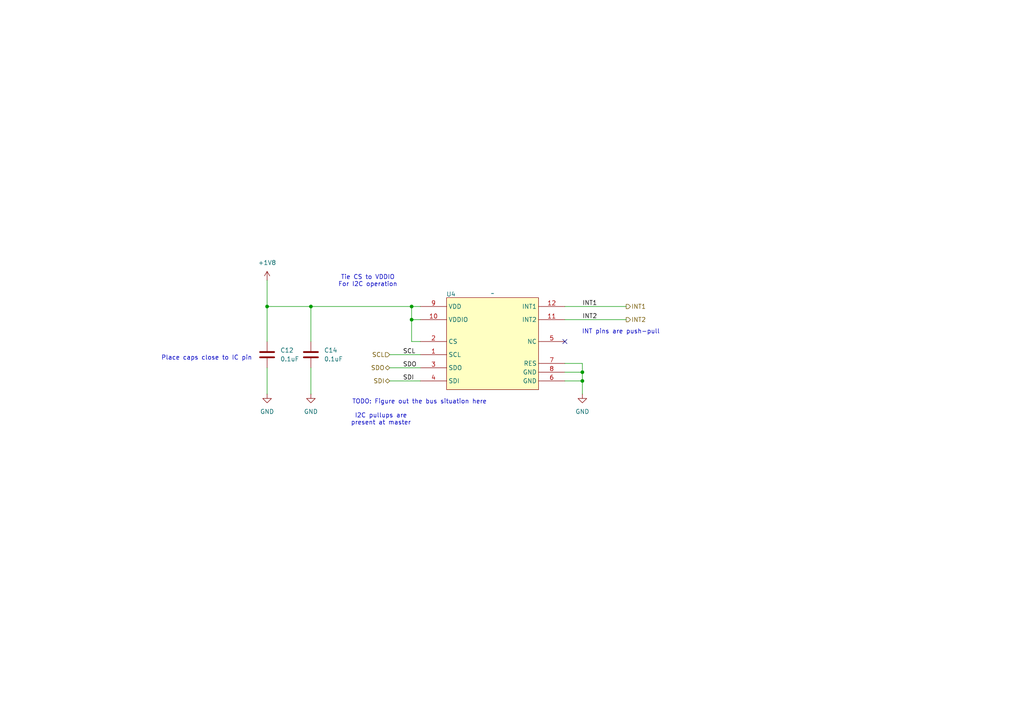
<source format=kicad_sch>
(kicad_sch (version 20250114) (generator "eeschema") (generator_version "9.0")
  (paper "A4")
  (title_block (company "Benjamin Tyrrell-Davis"))
  (lib_symbols
    (symbol "Device:C" (pin_numbers (hide yes)) (pin_names (offset 0.254))
      (property "Reference" "C" (at 0.635 2.54 0))
      (property "Value" "C" (at 0.635 -2.54 0))
      (symbol "C_0_1"
        (polyline (pts (xy -2.032 0.762) (xy 2.032 0.762)) (stroke (width 0.508)))
        (polyline (pts (xy -2.032 -0.762) (xy 2.032 -0.762)) (stroke (width 0.508)))
      )
      (symbol "C_1_1"
        (pin passive line (at 0 3.81 270) (length 2.794) (name "~") (number "1"))
        (pin passive line (at 0 -3.81 90) (length 2.794) (name "~") (number "2"))
      )
    )
    (symbol "LIS2DS12:LIS2DS12"
      (property "Reference" "U" (at 0 0 0))
      (symbol "LIS2DS12_1_1"
        (rectangle (start 0 -1.27) (end 26.67 -27.94) (fill (type color) (color 255 255 194 1)))
        (pin input line (at -7.62 -3.81 0) (length 7.62) (name "VDD") (number "9"))
        (pin input line (at -7.62 -7.62 0) (length 7.62) (name "VDDIO") (number "10"))
        (pin input line (at -7.62 -13.97 0) (length 7.62) (name "CS") (number "2"))
        (pin input line (at -7.62 -17.78 0) (length 7.62) (name "SCL") (number "1"))
        (pin bidirectional line (at -7.62 -21.59 0) (length 7.62) (name "SDO") (number "3"))
        (pin bidirectional line (at -7.62 -25.4 0) (length 7.62) (name "SDI") (number "4"))
        (pin output line (at 34.29 -3.81 180) (length 7.62) (name "INT1") (number "12"))
        (pin output line (at 34.29 -7.62 180) (length 7.62) (name "INT2") (number "11"))
        (pin output line (at 34.29 -13.97 180) (length 7.62) (name "NC") (number "5"))
        (pin input line (at 34.29 -20.32 180) (length 7.62) (name "RES") (number "7"))
        (pin input line (at 34.29 -22.86 180) (length 7.62) (name "GND") (number "8"))
        (pin input line (at 34.29 -25.4 180) (length 7.62) (name "GND") (number "6"))
      )
    )
    (symbol "power:+1V8" (power) (pin_numbers (hide yes)) (pin_names (offset 0) (hide yes))
      (property "Value" "+1V8" (at 0 3.556 0))
      (symbol "+1V8_0_1"
        (polyline (pts (xy -0.762 1.27) (xy 0 2.54)))
        (polyline (pts (xy 0 2.54) (xy 0.762 1.27)))
        (polyline (pts (xy 0 0) (xy 0 2.54)))
      )
      (symbol "+1V8_1_1"
        (pin power_in line (at 0 0 90) (length 0) (name "~") (number "1"))
      )
    )
    (symbol "power:GND" (power) (pin_numbers (hide yes)) (pin_names (offset 0) (hide yes))
      (property "Value" "GND" (at 0 -3.81 0))
      (symbol "GND_0_1"
        (polyline (pts (xy 0 0) (xy 0 -1.27) (xy 1.27 -1.27) (xy 0 -2.54) (xy -1.27 -1.27) (xy 0 -1.27)))
      )
      (symbol "GND_1_1"
        (pin power_in line (at 0 0 270) (length 0) (name "~") (number "1"))
      )
    )
  )
  (text "Tie CS to VDDIO\nFor I2C operation" (at 106.68 81.534 0) (effects (font (size 1.27 1.27))))
  (text "INT pins are push-pull" (at 180.086 96.266 0) (effects (font (size 1.27 1.27))))
  (text "I2C pullups are\npresent at master" (at 110.49 121.666 0) (effects (font (size 1.27 1.27))))
  (text "TODO: Figure out the bus situation here" (at 121.666 116.586 0) (effects (font (size 1.27 1.27))))
  (text "Place caps close to IC pin" (at 59.944 103.886 0) (effects (font (size 1.27 1.27))))
  (junction (at 90.17 88.9))
  (junction (at 77.47 88.9))
  (junction (at 168.91 107.95))
  (junction (at 168.91 110.49))
  (junction (at 119.38 92.71))
  (junction (at 119.38 88.9))
  (no_connect (at 163.83 99.06))
  (wire (pts (xy 90.17 88.9) (xy 119.38 88.9)))
  (wire (pts (xy 77.47 88.9) (xy 90.17 88.9)))
  (wire (pts (xy 168.91 105.41) (xy 163.83 105.41)))
  (wire (pts (xy 119.38 88.9) (xy 121.92 88.9)))
  (wire (pts (xy 90.17 88.9) (xy 90.17 99.06)))
  (wire (pts (xy 119.38 92.71) (xy 119.38 88.9)))
  (wire (pts (xy 168.91 107.95) (xy 168.91 105.41)))
  (wire (pts (xy 90.17 106.68) (xy 90.17 114.3)))
  (wire (pts (xy 121.92 92.71) (xy 119.38 92.71)))
  (wire (pts (xy 119.38 99.06) (xy 119.38 92.71)))
  (wire (pts (xy 168.91 110.49) (xy 168.91 107.95)))
  (wire (pts (xy 77.47 99.06) (xy 77.47 88.9)))
  (wire (pts (xy 121.92 99.06) (xy 119.38 99.06)))
  (wire (pts (xy 168.91 114.3) (xy 168.91 110.49)))
  (wire (pts (xy 77.47 81.28) (xy 77.47 88.9)))
  (wire (pts (xy 113.03 110.49) (xy 121.92 110.49)))
  (wire (pts (xy 77.47 106.68) (xy 77.47 114.3)))
  (wire (pts (xy 113.03 102.87) (xy 121.92 102.87)))
  (wire (pts (xy 163.83 92.71) (xy 181.61 92.71)))
  (wire (pts (xy 163.83 110.49) (xy 168.91 110.49)))
  (wire (pts (xy 113.03 106.68) (xy 121.92 106.68)))
  (wire (pts (xy 163.83 88.9) (xy 181.61 88.9)))
  (wire (pts (xy 163.83 107.95) (xy 168.91 107.95)))
  (label "INT1" (at 168.91 88.9 0))
  (label "INT2" (at 168.91 92.71 0))
  (label "SDO" (at 116.84 106.68 0))
  (label "SCL" (at 116.84 102.87 0))
  (label "SDI" (at 116.84 110.49 0))
  (hierarchical_label "SDI" (shape bidirectional) (at 113.03 110.49 180))
  (hierarchical_label "SCL" (shape input) (at 113.03 102.87 180))
  (hierarchical_label "INT1" (shape output) (at 181.61 88.9 0))
  (hierarchical_label "INT2" (shape output) (at 181.61 92.71 0))
  (hierarchical_label "SDO" (shape bidirectional) (at 113.03 106.68 180))
  (symbol (lib_id "Device:C") (at 90.17 102.87 0) (unit 1)
    (property "Reference" "C13" (at 93.98 101.5999 0) (effects (justify left)))
    (property "Value" "0.1uF" (at 93.98 104.1399 0) (effects (justify left)))
    (property "Footprint" "Capacitor_SMD:C_0402_1005Metric" (effects (hide yes)))
    (property "Description" "Unpolarized capacitor" (effects (hide yes)))
    (instances (project "SeaLegs" (path "" (reference "C14") (unit 1)) (path "" (reference "C13") (unit 1))))
  )
  (symbol (lib_id "LIS2DS12:LIS2DS12") (at 129.54 85.09 0) (unit 1)
    (property "Reference" "U1" (at 130.81 85.344 0))
    (property "Value" "~" (at 142.875 85.09 0))
    (instances (project "" (path "" (reference "U4") (unit 1)) (path "" (reference "U1") (unit 1))))
  )
  (symbol (lib_id "power:+1V8") (at 77.47 81.28 0) (unit 1)
    (property "Reference" "#PWR05" (effects (hide yes)))
    (property "Value" "+1V8" (at 77.47 76.2 0))
    (property "Description" "Power symbol creates a global label with name \"+1V8\"" (effects (hide yes)))
    (instances (project "SeaLegs" (path "" (reference "#PWR08") (unit 1)) (path "" (reference "#PWR05") (unit 1))))
  )
  (symbol (lib_id "Device:C") (at 77.47 102.87 0) (unit 1)
    (property "Reference" "C11" (at 81.28 101.5999 0) (effects (justify left)))
    (property "Value" "0.1uF" (at 81.28 104.1399 0) (effects (justify left)))
    (property "Footprint" "Capacitor_SMD:C_0402_1005Metric" (effects (hide yes)))
    (property "Description" "Unpolarized capacitor" (effects (hide yes)))
    (instances (project "SeaLegs" (path "" (reference "C12") (unit 1)) (path "" (reference "C11") (unit 1))))
  )
  (symbol (lib_id "power:GND") (at 90.17 114.3 0) (unit 1)
    (property "Reference" "#PWR029" (effects (hide yes)))
    (property "Value" "GND" (at 90.17 119.38 0))
    (property "Description" "Power symbol creates a global label with name \"GND\" , ground" (effects (hide yes)))
    (instances (project "SeaLegs" (path "" (reference "#PWR030") (unit 1)) (path "" (reference "#PWR029") (unit 1))))
  )
  (symbol (lib_id "power:GND") (at 77.47 114.3 0) (unit 1)
    (property "Reference" "#PWR032" (effects (hide yes)))
    (property "Value" "GND" (at 77.47 119.38 0))
    (property "Description" "Power symbol creates a global label with name \"GND\" , ground" (effects (hide yes)))
    (instances (project "SeaLegs" (path "" (reference "#PWR033") (unit 1)) (path "" (reference "#PWR032") (unit 1))))
  )
  (symbol (lib_id "power:GND") (at 168.91 114.3 0) (unit 1)
    (property "Reference" "#PWR01" (effects (hide yes)))
    (property "Value" "GND" (at 168.91 119.38 0))
    (property "Description" "Power symbol creates a global label with name \"GND\" , ground" (effects (hide yes)))
    (instances (project "" (path "" (reference "#PWR02") (unit 1)) (path "" (reference "#PWR01") (unit 1))))
  )
)
</source>
